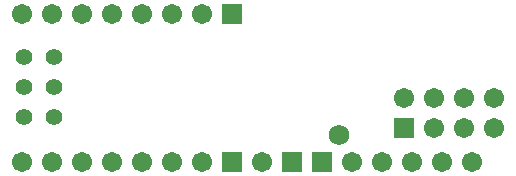
<source format=gbs>
G04 Layer_Color=16711935*
%FSLAX43Y43*%
%MOMM*%
G71*
G01*
G75*
%ADD33C,1.727*%
%ADD34C,1.403*%
%ADD35C,1.703*%
%ADD36R,1.703X1.703*%
D33*
X28135Y4250D02*
D03*
D34*
X4040Y5795D02*
D03*
X1500D02*
D03*
X4040Y8335D02*
D03*
X1500D02*
D03*
X4040Y10875D02*
D03*
X1500D02*
D03*
D35*
X21640Y2000D02*
D03*
X16560Y14500D02*
D03*
X14020D02*
D03*
X11480D02*
D03*
X8940D02*
D03*
X6400D02*
D03*
X3860D02*
D03*
X1320D02*
D03*
X16560Y2000D02*
D03*
X14020D02*
D03*
X11480D02*
D03*
X8940D02*
D03*
X6400D02*
D03*
X3860D02*
D03*
X1320D02*
D03*
X33625Y7415D02*
D03*
X36165Y4875D02*
D03*
Y7415D02*
D03*
X38705Y4875D02*
D03*
Y7415D02*
D03*
X41245Y4875D02*
D03*
Y7415D02*
D03*
X39420Y2000D02*
D03*
X36880D02*
D03*
X34340D02*
D03*
X31800D02*
D03*
X29260D02*
D03*
D36*
X24180D02*
D03*
X19100Y14500D02*
D03*
Y2000D02*
D03*
X33625Y4875D02*
D03*
X26720Y2000D02*
D03*
M02*

</source>
